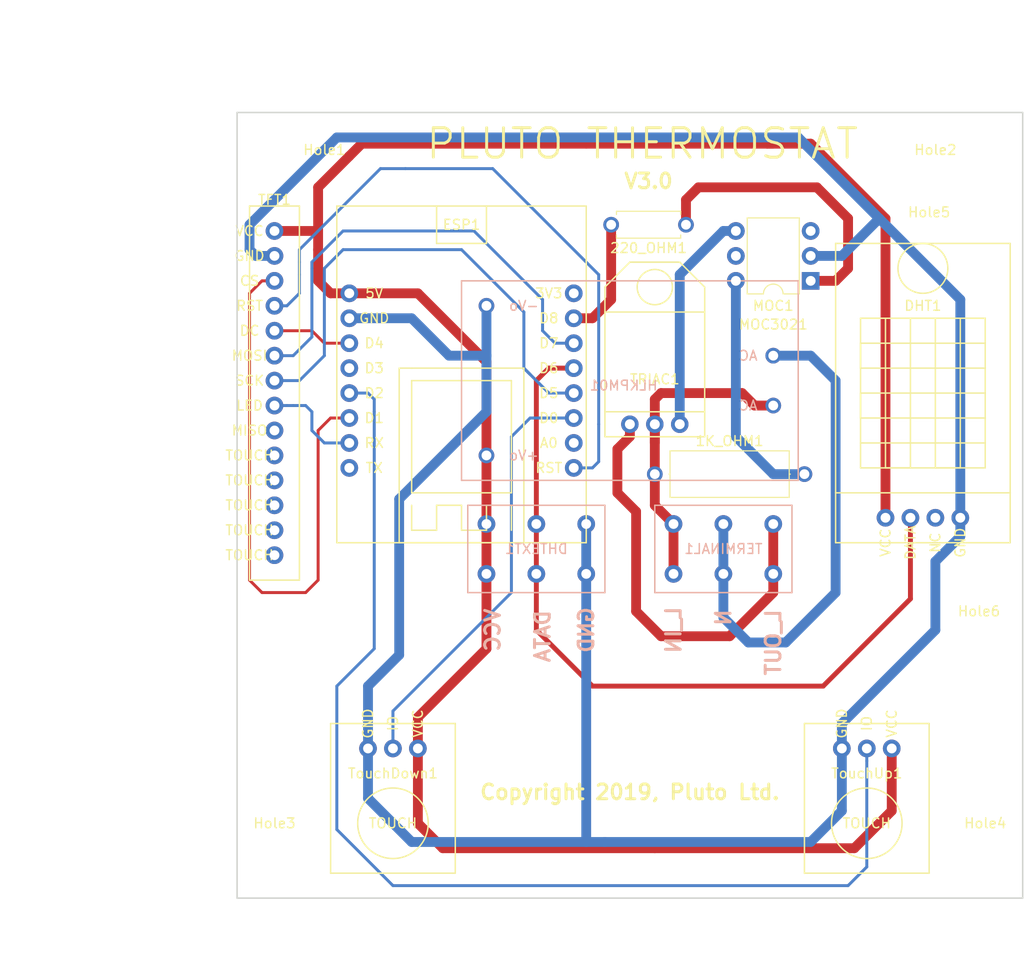
<source format=kicad_pcb>
(kicad_pcb (version 20171130) (host pcbnew "(5.0.1)-3")

  (general
    (thickness 1.6)
    (drawings 19)
    (tracks 192)
    (zones 0)
    (modules 18)
    (nets 32)
  )

  (page A4)
  (layers
    (0 F.Cu signal)
    (31 B.Cu signal)
    (32 B.Adhes user)
    (33 F.Adhes user hide)
    (34 B.Paste user)
    (35 F.Paste user)
    (36 B.SilkS user)
    (37 F.SilkS user)
    (38 B.Mask user)
    (39 F.Mask user)
    (40 Dwgs.User user)
    (41 Cmts.User user)
    (42 Eco1.User user)
    (43 Eco2.User user)
    (44 Edge.Cuts user)
    (45 Margin user)
    (46 B.CrtYd user)
    (47 F.CrtYd user)
    (48 B.Fab user hide)
    (49 F.Fab user hide)
  )

  (setup
    (last_trace_width 0.2)
    (trace_clearance 0.2)
    (zone_clearance 0.508)
    (zone_45_only no)
    (trace_min 0.2)
    (segment_width 0.2)
    (edge_width 0.15)
    (via_size 0.8)
    (via_drill 0.4)
    (via_min_size 0.4)
    (via_min_drill 0.3)
    (uvia_size 0.3)
    (uvia_drill 0.1)
    (uvias_allowed no)
    (uvia_min_size 0.2)
    (uvia_min_drill 0.1)
    (pcb_text_width 0.3)
    (pcb_text_size 1.5 1.5)
    (mod_edge_width 0.15)
    (mod_text_size 1 1)
    (mod_text_width 0.15)
    (pad_size 1.6 1.6)
    (pad_drill 1)
    (pad_to_mask_clearance 0.051)
    (solder_mask_min_width 0.25)
    (aux_axis_origin 0 0)
    (visible_elements 7FFFFFFF)
    (pcbplotparams
      (layerselection 0x010fc_ffffffff)
      (usegerberextensions false)
      (usegerberattributes false)
      (usegerberadvancedattributes false)
      (creategerberjobfile false)
      (excludeedgelayer true)
      (linewidth 0.100000)
      (plotframeref false)
      (viasonmask false)
      (mode 1)
      (useauxorigin false)
      (hpglpennumber 1)
      (hpglpenspeed 20)
      (hpglpendiameter 15.000000)
      (psnegative false)
      (psa4output false)
      (plotreference true)
      (plotvalue true)
      (plotinvisibletext false)
      (padsonsilk false)
      (subtractmaskfromsilk false)
      (outputformat 1)
      (mirror false)
      (drillshape 0)
      (scaleselection 1)
      (outputdirectory "ThermostatGerberV3/"))
  )

  (net 0 "")
  (net 1 "Net-(ESP1-Pad1)")
  (net 2 "Net-(ESP1-Pad2)")
  (net 3 "Net-(ESP1-Pad3)")
  (net 4 "Net-(ESP1-Pad4)")
  (net 5 "Net-(DHT1-Pad2)")
  (net 6 "Net-(ESP1-Pad6)")
  (net 7 "Net-(ESP1-Pad9)")
  (net 8 "Net-(ESP1-Pad10)")
  (net 9 "Net-(ESP1-Pad11)")
  (net 10 "Net-(ESP1-Pad12)")
  (net 11 "Net-(ESP1-Pad14)")
  (net 12 "Net-(ESP1-Pad16)")
  (net 13 "Net-(TFT1-Pad9)")
  (net 14 "Net-(TFT1-Pad10)")
  (net 15 "Net-(TFT1-Pad11)")
  (net 16 "Net-(TFT1-Pad12)")
  (net 17 "Net-(TFT1-Pad13)")
  (net 18 "Net-(TFT1-Pad14)")
  (net 19 "Net-(DHT1-Pad3)")
  (net 20 "Net-(220_OHM1-Pad1)")
  (net 21 "Net-(220_OHM1-Pad2)")
  (net 22 "Net-(1K_OHM1-Pad2)")
  (net 23 "Net-(1K_OHM1-Pad1)")
  (net 24 "Net-(DHT1-Pad1)")
  (net 25 "Net-(DHT1-Pad4)")
  (net 26 "Net-(ESP1-Pad5)")
  (net 27 "Net-(TERMINAL1-Pad3)")
  (net 28 "Net-(HLKPM01-Pad1)")
  (net 29 "Net-(MOC1-Pad4)")
  (net 30 "Net-(MOC1-Pad5)")
  (net 31 "Net-(MOC1-Pad3)")

  (net_class Default "This is the default net class."
    (clearance 0.2)
    (trace_width 0.2)
    (via_dia 0.8)
    (via_drill 0.4)
    (uvia_dia 0.3)
    (uvia_drill 0.1)
    (add_net "Net-(1K_OHM1-Pad1)")
    (add_net "Net-(1K_OHM1-Pad2)")
    (add_net "Net-(220_OHM1-Pad1)")
    (add_net "Net-(220_OHM1-Pad2)")
    (add_net "Net-(DHT1-Pad1)")
    (add_net "Net-(DHT1-Pad2)")
    (add_net "Net-(DHT1-Pad3)")
    (add_net "Net-(DHT1-Pad4)")
    (add_net "Net-(ESP1-Pad1)")
    (add_net "Net-(ESP1-Pad10)")
    (add_net "Net-(ESP1-Pad11)")
    (add_net "Net-(ESP1-Pad12)")
    (add_net "Net-(ESP1-Pad14)")
    (add_net "Net-(ESP1-Pad16)")
    (add_net "Net-(ESP1-Pad2)")
    (add_net "Net-(ESP1-Pad3)")
    (add_net "Net-(ESP1-Pad4)")
    (add_net "Net-(ESP1-Pad5)")
    (add_net "Net-(ESP1-Pad6)")
    (add_net "Net-(ESP1-Pad9)")
    (add_net "Net-(HLKPM01-Pad1)")
    (add_net "Net-(MOC1-Pad3)")
    (add_net "Net-(MOC1-Pad4)")
    (add_net "Net-(MOC1-Pad5)")
    (add_net "Net-(TERMINAL1-Pad3)")
    (add_net "Net-(TFT1-Pad10)")
    (add_net "Net-(TFT1-Pad11)")
    (add_net "Net-(TFT1-Pad12)")
    (add_net "Net-(TFT1-Pad13)")
    (add_net "Net-(TFT1-Pad14)")
    (add_net "Net-(TFT1-Pad9)")
  )

  (module Resistor_THT:R_Axial_DIN0414_L11.9mm_D4.5mm_P15.24mm_Horizontal (layer F.Cu) (tedit 5C6B114D) (tstamp 5C68120D)
    (at 153.035 97.155)
    (descr "Resistor, Axial_DIN0414 series, Axial, Horizontal, pin pitch=15.24mm, 2W, length*diameter=11.9*4.5mm^2, http://www.vishay.com/docs/20128/wkxwrx.pdf")
    (tags "Resistor Axial_DIN0414 series Axial Horizontal pin pitch 15.24mm 2W length 11.9mm diameter 4.5mm")
    (path /5C6B140C)
    (fp_text reference 1K_OHM1 (at 7.62 -3.37) (layer F.SilkS)
      (effects (font (size 1 1) (thickness 0.15)))
    )
    (fp_text value RESISTOR (at 7.62 3.37) (layer F.Fab)
      (effects (font (size 1 1) (thickness 0.15)))
    )
    (fp_line (start 1.67 -2.25) (end 1.67 2.25) (layer F.Fab) (width 0.1))
    (fp_line (start 1.67 2.25) (end 13.57 2.25) (layer F.Fab) (width 0.1))
    (fp_line (start 13.57 2.25) (end 13.57 -2.25) (layer F.Fab) (width 0.1))
    (fp_line (start 13.57 -2.25) (end 1.67 -2.25) (layer F.Fab) (width 0.1))
    (fp_line (start 0 0) (end 1.67 0) (layer F.Fab) (width 0.1))
    (fp_line (start 15.24 0) (end 13.57 0) (layer F.Fab) (width 0.1))
    (fp_line (start 1.55 -2.37) (end 1.55 2.37) (layer F.SilkS) (width 0.12))
    (fp_line (start 1.55 2.37) (end 13.69 2.37) (layer F.SilkS) (width 0.12))
    (fp_line (start 13.69 2.37) (end 13.69 -2.37) (layer F.SilkS) (width 0.12))
    (fp_line (start 13.69 -2.37) (end 1.55 -2.37) (layer F.SilkS) (width 0.12))
    (fp_line (start 1.44 0) (end 1.55 0) (layer F.SilkS) (width 0.12))
    (fp_line (start 13.8 0) (end 13.69 0) (layer F.SilkS) (width 0.12))
    (fp_line (start -1.45 -2.5) (end -1.45 2.5) (layer F.CrtYd) (width 0.05))
    (fp_line (start -1.45 2.5) (end 16.69 2.5) (layer F.CrtYd) (width 0.05))
    (fp_line (start 16.69 2.5) (end 16.69 -2.5) (layer F.CrtYd) (width 0.05))
    (fp_line (start 16.69 -2.5) (end -1.45 -2.5) (layer F.CrtYd) (width 0.05))
    (fp_text user %R (at 7.62 0) (layer F.Fab)
      (effects (font (size 1 1) (thickness 0.15)))
    )
    (pad 1 thru_hole circle (at 0 0) (size 1.6 1.6) (drill 1) (layers *.Cu *.Mask)
      (net 23 "Net-(1K_OHM1-Pad1)"))
    (pad 2 thru_hole circle (at 15.24 0) (size 1.6 1.6) (drill 1) (layers *.Cu *.Mask)
      (net 22 "Net-(1K_OHM1-Pad2)"))
    (model ${KISYS3DMOD}/Resistor_THT.3dshapes/R_Axial_DIN0414_L11.9mm_D4.5mm_P15.24mm_Horizontal.wrl
      (at (xyz 0 0 0))
      (scale (xyz 1 1 1))
      (rotate (xyz 0 0 0))
    )
  )

  (module CUSTOMDEVICES:BTA16FOOT (layer F.Cu) (tedit 5BF31217) (tstamp 5C67ED7C)
    (at 153.035 86.995)
    (path /5C6B14A0)
    (fp_text reference TRIAC1 (at 0 0.5) (layer F.SilkS)
      (effects (font (size 1 1) (thickness 0.15)))
    )
    (fp_text value BTA16_600 (at 0 -0.5) (layer F.Fab)
      (effects (font (size 1 1) (thickness 0.15)))
    )
    (fp_line (start -2.54 -11.43) (end 2.54 -11.43) (layer F.SilkS) (width 0.15))
    (fp_line (start 5.08 -8.89) (end 5.08 3.81) (layer F.SilkS) (width 0.15))
    (fp_line (start 5.08 3.81) (end -5.08 3.81) (layer F.SilkS) (width 0.15))
    (fp_line (start -5.08 3.81) (end -5.08 -8.89) (layer F.SilkS) (width 0.15))
    (fp_line (start -5.08 3.81) (end -5.08 6.35) (layer F.SilkS) (width 0.15))
    (fp_line (start -5.08 6.35) (end 5.08 6.35) (layer F.SilkS) (width 0.15))
    (fp_line (start 5.08 6.35) (end 5.08 3.81) (layer F.SilkS) (width 0.15))
    (fp_line (start -5.08 -8.89) (end -2.54 -11.43) (layer F.SilkS) (width 0.15))
    (fp_line (start -2.54 -11.43) (end 2.54 -11.43) (layer F.SilkS) (width 0.15))
    (fp_line (start 2.54 -11.43) (end 5.08 -8.89) (layer F.SilkS) (width 0.15))
    (fp_circle (center 0 -8.89) (end 1.27 -7.62) (layer F.SilkS) (width 0.15))
    (fp_line (start -5.08 -6.35) (end 5.08 -6.35) (layer F.SilkS) (width 0.15))
    (pad 1 thru_hole circle (at -2.54 5.08) (size 1.778 1.778) (drill 1.016) (layers *.Cu *.Mask)
      (net 27 "Net-(TERMINAL1-Pad3)"))
    (pad 2 thru_hole circle (at 0 5.08) (size 1.778 1.778) (drill 1.016) (layers *.Cu *.Mask)
      (net 23 "Net-(1K_OHM1-Pad1)"))
    (pad 3 thru_hole circle (at 2.54 5.08) (size 1.778 1.778) (drill 1.016) (layers *.Cu *.Mask)
      (net 29 "Net-(MOC1-Pad4)"))
  )

  (module CUSTOMDEVICES:HLKPM01FOOT (layer B.Cu) (tedit 5C67DA98) (tstamp 5C67F7B2)
    (at 150.495 87.63 180)
    (path /5C68E636)
    (fp_text reference HLKPM01 (at 0.635 -0.5 180) (layer B.SilkS)
      (effects (font (size 1 1) (thickness 0.15)) (justify mirror))
    )
    (fp_text value HLKPM01 (at 0.635 0.5 180) (layer B.Fab)
      (effects (font (size 1 1) (thickness 0.15)) (justify mirror))
    )
    (fp_line (start -17.145 10.16) (end 17.145 10.16) (layer B.SilkS) (width 0.15))
    (fp_line (start 17.145 10.16) (end 17.145 -10.16) (layer B.SilkS) (width 0.15))
    (fp_line (start 17.145 -10.16) (end -17.145 -10.16) (layer B.SilkS) (width 0.15))
    (fp_line (start -17.145 -10.16) (end -17.145 10.16) (layer B.SilkS) (width 0.15))
    (fp_text user -Vo (at 10.795 7.62 180) (layer B.SilkS)
      (effects (font (size 1 1) (thickness 0.15)) (justify mirror))
    )
    (fp_text user +Vo (at 10.795 -7.62 180) (layer B.SilkS)
      (effects (font (size 1 1) (thickness 0.15)) (justify mirror))
    )
    (fp_text user AC (at -12.065 -2.54 180) (layer B.SilkS)
      (effects (font (size 1 1) (thickness 0.15)) (justify mirror))
    )
    (fp_text user AC (at -12.065 2.54 180) (layer B.SilkS)
      (effects (font (size 1 1) (thickness 0.15)) (justify mirror))
    )
    (pad 3 thru_hole circle (at 14.605 7.62 180) (size 1.6 1.6) (drill 1) (layers *.Cu *.Mask)
      (net 25 "Net-(DHT1-Pad4)"))
    (pad 4 thru_hole circle (at 14.605 -7.62 180) (size 1.6 1.6) (drill 1) (layers *.Cu *.Mask)
      (net 24 "Net-(DHT1-Pad1)"))
    (pad 1 thru_hole circle (at -14.605 2.54 180) (size 1.6 1.6) (drill 1) (layers *.Cu *.Mask)
      (net 28 "Net-(HLKPM01-Pad1)"))
    (pad 2 thru_hole circle (at -14.605 -2.54 180) (size 1.6 1.6) (drill 1) (layers *.Cu *.Mask)
      (net 23 "Net-(1K_OHM1-Pad1)"))
  )

  (module CUSTOMDEVICES:MOC3021 (layer F.Cu) (tedit 5BF31893) (tstamp 5C67EDB9)
    (at 168.91 77.47 180)
    (descr "6-lead though-hole mounted DIP package, row spacing 7.62 mm (300 mils)")
    (tags "THT DIP DIL PDIP 2.54mm 7.62mm 300mil")
    (path /5C6B126C)
    (fp_text reference MOC1 (at 3.81 -2.54 180) (layer F.SilkS)
      (effects (font (size 1 1) (thickness 0.15)))
    )
    (fp_text value MOC3021 (at 3.81 7.41 180) (layer F.Fab)
      (effects (font (size 1 1) (thickness 0.15)))
    )
    (fp_arc (start 3.81 -1.33) (end 2.81 -1.33) (angle -180) (layer F.SilkS) (width 0.12))
    (fp_line (start 1.635 -1.27) (end 6.985 -1.27) (layer F.Fab) (width 0.1))
    (fp_line (start 6.985 -1.27) (end 6.985 6.35) (layer F.Fab) (width 0.1))
    (fp_line (start 6.985 6.35) (end 0.635 6.35) (layer F.Fab) (width 0.1))
    (fp_line (start 0.635 6.35) (end 0.635 -0.27) (layer F.Fab) (width 0.1))
    (fp_line (start 0.635 -0.27) (end 1.635 -1.27) (layer F.Fab) (width 0.1))
    (fp_line (start 2.81 -1.33) (end 1.16 -1.33) (layer F.SilkS) (width 0.12))
    (fp_line (start 1.16 -1.33) (end 1.16 6.41) (layer F.SilkS) (width 0.12))
    (fp_line (start 1.16 6.41) (end 6.46 6.41) (layer F.SilkS) (width 0.12))
    (fp_line (start 6.46 6.41) (end 6.46 -1.33) (layer F.SilkS) (width 0.12))
    (fp_line (start 6.46 -1.33) (end 4.81 -1.33) (layer F.SilkS) (width 0.12))
    (fp_line (start -1.1 -1.55) (end -1.1 6.6) (layer F.CrtYd) (width 0.05))
    (fp_line (start -1.1 6.6) (end 8.7 6.6) (layer F.CrtYd) (width 0.05))
    (fp_line (start 8.7 6.6) (end 8.7 -1.55) (layer F.CrtYd) (width 0.05))
    (fp_line (start 8.7 -1.55) (end -1.1 -1.55) (layer F.CrtYd) (width 0.05))
    (fp_text user MOC3021 (at 3.81 -4.445 180) (layer F.SilkS)
      (effects (font (size 1 1) (thickness 0.15)))
    )
    (pad 1 thru_hole rect (at 0 0 180) (size 1.8 1.8) (drill 1) (layers *.Cu *.Mask)
      (net 20 "Net-(220_OHM1-Pad1)"))
    (pad 4 thru_hole circle (at 7.62 5.08 180) (size 1.8 1.8) (drill 1) (layers *.Cu *.Mask)
      (net 29 "Net-(MOC1-Pad4)"))
    (pad 2 thru_hole circle (at 0 2.54 180) (size 1.8 1.8) (drill 1) (layers *.Cu *.Mask)
      (net 25 "Net-(DHT1-Pad4)"))
    (pad 5 thru_hole circle (at 7.62 2.54 180) (size 1.8 1.8) (drill 1) (layers *.Cu *.Mask)
      (net 30 "Net-(MOC1-Pad5)"))
    (pad 3 thru_hole circle (at 0 5.08 180) (size 1.8 1.8) (drill 1) (layers *.Cu *.Mask)
      (net 31 "Net-(MOC1-Pad3)"))
    (pad 6 thru_hole circle (at 7.62 0 180) (size 1.8 1.8) (drill 1) (layers *.Cu *.Mask)
      (net 22 "Net-(1K_OHM1-Pad2)"))
    (model ${KISYS3DMOD}/Package_DIP.3dshapes/DIP-6_W7.62mm.wrl
      (at (xyz 0 0 0))
      (scale (xyz 1 1 1))
      (rotate (xyz 0 0 0))
    )
  )

  (module Resistor_THT:R_Axial_DIN0207_L6.3mm_D2.5mm_P7.62mm_Horizontal (layer F.Cu) (tedit 5C69BA4B) (tstamp 5C67EE43)
    (at 156.21 71.755 180)
    (descr "Resistor, Axial_DIN0207 series, Axial, Horizontal, pin pitch=7.62mm, 0.25W = 1/4W, length*diameter=6.3*2.5mm^2, http://cdn-reichelt.de/documents/datenblatt/B400/1_4W%23YAG.pdf")
    (tags "Resistor Axial_DIN0207 series Axial Horizontal pin pitch 7.62mm 0.25W = 1/4W length 6.3mm diameter 2.5mm")
    (path /5C6B137C)
    (fp_text reference 220_OHM1 (at 3.81 -2.37 180) (layer F.SilkS)
      (effects (font (size 1 1) (thickness 0.15)))
    )
    (fp_text value RESISTOR (at 3.81 2.37 180) (layer F.Fab)
      (effects (font (size 1 1) (thickness 0.15)))
    )
    (fp_line (start 0.66 -1.25) (end 0.66 1.25) (layer F.Fab) (width 0.1))
    (fp_line (start 0.66 1.25) (end 6.96 1.25) (layer F.Fab) (width 0.1))
    (fp_line (start 6.96 1.25) (end 6.96 -1.25) (layer F.Fab) (width 0.1))
    (fp_line (start 6.96 -1.25) (end 0.66 -1.25) (layer F.Fab) (width 0.1))
    (fp_line (start 0 0) (end 0.66 0) (layer F.Fab) (width 0.1))
    (fp_line (start 7.62 0) (end 6.96 0) (layer F.Fab) (width 0.1))
    (fp_line (start 0.54 -1.04) (end 0.54 -1.37) (layer F.SilkS) (width 0.12))
    (fp_line (start 0.54 -1.37) (end 7.08 -1.37) (layer F.SilkS) (width 0.12))
    (fp_line (start 7.08 -1.37) (end 7.08 -1.04) (layer F.SilkS) (width 0.12))
    (fp_line (start 0.54 1.04) (end 0.54 1.37) (layer F.SilkS) (width 0.12))
    (fp_line (start 0.54 1.37) (end 7.08 1.37) (layer F.SilkS) (width 0.12))
    (fp_line (start 7.08 1.37) (end 7.08 1.04) (layer F.SilkS) (width 0.12))
    (fp_line (start -1.05 -1.5) (end -1.05 1.5) (layer F.CrtYd) (width 0.05))
    (fp_line (start -1.05 1.5) (end 8.67 1.5) (layer F.CrtYd) (width 0.05))
    (fp_line (start 8.67 1.5) (end 8.67 -1.5) (layer F.CrtYd) (width 0.05))
    (fp_line (start 8.67 -1.5) (end -1.05 -1.5) (layer F.CrtYd) (width 0.05))
    (fp_text user %R (at 3.81 0 180) (layer F.Fab)
      (effects (font (size 1 1) (thickness 0.15)))
    )
    (pad 1 thru_hole circle (at 0 0 180) (size 1.6 1.6) (drill 1) (layers *.Cu *.Mask)
      (net 20 "Net-(220_OHM1-Pad1)"))
    (pad 2 thru_hole oval (at 7.62 0 180) (size 1.6 1.6) (drill 1) (layers *.Cu *.Mask)
      (net 21 "Net-(220_OHM1-Pad2)"))
    (model ${KISYS3DMOD}/Resistor_THT.3dshapes/R_Axial_DIN0207_L6.3mm_D2.5mm_P7.62mm_Horizontal.wrl
      (at (xyz 0 0 0))
      (scale (xyz 1 1 1))
      (rotate (xyz 0 0 0))
    )
  )

  (module CUSTOMDEVICES:WeMosD1Mini (layer F.Cu) (tedit 5C6B0C23) (tstamp 5C67FEA6)
    (at 133.35 86.36 180)
    (path /5BE01E75)
    (fp_text reference ESP1 (at 0 14.605 180) (layer F.SilkS)
      (effects (font (size 1 1) (thickness 0.15)))
    )
    (fp_text value WEMOSD1MINI (at 0 -11.43 180) (layer F.Fab)
      (effects (font (size 1 1) (thickness 0.15)))
    )
    (fp_line (start 2.54 12.7) (end 2.54 16.51) (layer F.SilkS) (width 0.15))
    (fp_line (start -2.54 12.7) (end 2.54 12.7) (layer F.SilkS) (width 0.15))
    (fp_line (start -2.54 16.51) (end -2.54 12.7) (layer F.SilkS) (width 0.15))
    (fp_line (start -5.08 -13.97) (end -5.08 -16.51) (layer F.SilkS) (width 0.15))
    (fp_line (start -2.54 -13.97) (end -5.08 -13.97) (layer F.SilkS) (width 0.15))
    (fp_line (start -2.54 -16.51) (end -2.54 -13.97) (layer F.SilkS) (width 0.15))
    (fp_line (start 0 -16.51) (end -2.54 -16.51) (layer F.SilkS) (width 0.15))
    (fp_line (start 0 -13.97) (end 0 -16.51) (layer F.SilkS) (width 0.15))
    (fp_line (start 2.54 -13.97) (end 0 -13.97) (layer F.SilkS) (width 0.15))
    (fp_line (start 2.54 -16.51) (end 2.54 -13.97) (layer F.SilkS) (width 0.15))
    (fp_line (start 5.08 -16.51) (end 2.54 -16.51) (layer F.SilkS) (width 0.15))
    (fp_line (start 5.08 -13.97) (end 5.08 -16.51) (layer F.SilkS) (width 0.15))
    (fp_line (start -5.08 -12.7) (end -5.08 -11.43) (layer F.SilkS) (width 0.15))
    (fp_line (start 5.08 -12.7) (end -5.08 -12.7) (layer F.SilkS) (width 0.15))
    (fp_line (start 5.08 -1.27) (end 5.08 -12.7) (layer F.SilkS) (width 0.15))
    (fp_line (start -5.08 -1.27) (end 5.08 -1.27) (layer F.SilkS) (width 0.15))
    (fp_line (start -5.08 -11.43) (end -5.08 -1.27) (layer F.SilkS) (width 0.15))
    (fp_line (start 6.35 -17.78) (end -5.08 -17.78) (layer F.SilkS) (width 0.15))
    (fp_line (start 6.35 0) (end 6.35 -17.78) (layer F.SilkS) (width 0.15))
    (fp_line (start 5.08 0) (end 6.35 0) (layer F.SilkS) (width 0.15))
    (fp_line (start -6.35 0) (end 5.08 0) (layer F.SilkS) (width 0.15))
    (fp_line (start -6.35 -17.78) (end -6.35 0) (layer F.SilkS) (width 0.15))
    (fp_text user 3V3 (at -8.89 7.62 180) (layer F.SilkS)
      (effects (font (size 1 1) (thickness 0.15)))
    )
    (fp_text user D8 (at -8.89 5.08 180) (layer F.SilkS)
      (effects (font (size 1 1) (thickness 0.15)))
    )
    (fp_text user D7 (at -8.89 2.54 180) (layer F.SilkS)
      (effects (font (size 1 1) (thickness 0.15)))
    )
    (fp_text user D6 (at -8.89 0 180) (layer F.SilkS)
      (effects (font (size 1 1) (thickness 0.15)))
    )
    (fp_text user D5 (at -8.89 -2.54 180) (layer F.SilkS)
      (effects (font (size 1 1) (thickness 0.15)))
    )
    (fp_text user D0 (at -8.89 -5.08 180) (layer F.SilkS)
      (effects (font (size 1 1) (thickness 0.15)))
    )
    (fp_text user A0 (at -8.89 -7.62 180) (layer F.SilkS)
      (effects (font (size 1 1) (thickness 0.15)))
    )
    (fp_text user RST (at -8.89 -10.16 180) (layer F.SilkS)
      (effects (font (size 1 1) (thickness 0.15)))
    )
    (fp_text user 5V (at 8.89 7.62 180) (layer F.SilkS)
      (effects (font (size 1 1) (thickness 0.15)))
    )
    (fp_text user GND (at 8.89 5.08 180) (layer F.SilkS)
      (effects (font (size 1 1) (thickness 0.15)))
    )
    (fp_text user D4 (at 8.89 2.54 180) (layer F.SilkS)
      (effects (font (size 1 1) (thickness 0.15)))
    )
    (fp_text user D3 (at 8.89 0 180) (layer F.SilkS)
      (effects (font (size 1 1) (thickness 0.15)))
    )
    (fp_text user D2 (at 8.89 -2.54 180) (layer F.SilkS)
      (effects (font (size 1 1) (thickness 0.15)))
    )
    (fp_text user D1 (at 8.89 -5.08 180) (layer F.SilkS)
      (effects (font (size 1 1) (thickness 0.15)))
    )
    (fp_text user RX (at 8.89 -7.62 180) (layer F.SilkS)
      (effects (font (size 1 1) (thickness 0.15)))
    )
    (fp_text user TX (at 8.89 -10.16 180) (layer F.SilkS)
      (effects (font (size 1 1) (thickness 0.15)))
    )
    (fp_line (start -12.7 16.51) (end -12.7 -17.78) (layer F.SilkS) (width 0.15))
    (fp_line (start 12.7 16.51) (end -12.7 16.51) (layer F.SilkS) (width 0.15))
    (fp_line (start 12.7 -17.78) (end 12.7 16.51) (layer F.SilkS) (width 0.15))
    (fp_line (start -12.7 -17.78) (end 12.7 -17.78) (layer F.SilkS) (width 0.15))
    (pad 16 thru_hole circle (at -11.43 7.62 180) (size 1.8 1.8) (drill 1) (layers *.Cu *.Mask)
      (net 12 "Net-(ESP1-Pad16)"))
    (pad 15 thru_hole circle (at -11.43 5.08 180) (size 1.8 1.8) (drill 1) (layers *.Cu *.Mask)
      (net 21 "Net-(220_OHM1-Pad2)"))
    (pad 14 thru_hole circle (at -11.43 2.54 180) (size 1.8 1.8) (drill 1) (layers *.Cu *.Mask)
      (net 11 "Net-(ESP1-Pad14)"))
    (pad 13 thru_hole circle (at -11.43 0 180) (size 1.8 1.8) (drill 1) (layers *.Cu *.Mask)
      (net 5 "Net-(DHT1-Pad2)"))
    (pad 12 thru_hole circle (at -11.43 -2.54 180) (size 1.8 1.8) (drill 1) (layers *.Cu *.Mask)
      (net 10 "Net-(ESP1-Pad12)"))
    (pad 11 thru_hole circle (at -11.43 -5.08 180) (size 1.8 1.8) (drill 1) (layers *.Cu *.Mask)
      (net 9 "Net-(ESP1-Pad11)"))
    (pad 10 thru_hole circle (at -11.43 -7.62 180) (size 1.8 1.8) (drill 1) (layers *.Cu *.Mask)
      (net 8 "Net-(ESP1-Pad10)"))
    (pad 9 thru_hole circle (at -11.43 -10.16 180) (size 1.8 1.8) (drill 1) (layers *.Cu *.Mask)
      (net 7 "Net-(ESP1-Pad9)"))
    (pad 8 thru_hole circle (at 11.43 7.62 180) (size 1.8 1.8) (drill 1) (layers *.Cu *.Mask)
      (net 24 "Net-(DHT1-Pad1)"))
    (pad 7 thru_hole circle (at 11.43 5.08 180) (size 1.8 1.8) (drill 1) (layers *.Cu *.Mask)
      (net 25 "Net-(DHT1-Pad4)"))
    (pad 6 thru_hole circle (at 11.43 2.54 180) (size 1.8 1.8) (drill 1) (layers *.Cu *.Mask)
      (net 6 "Net-(ESP1-Pad6)"))
    (pad 5 thru_hole circle (at 11.43 0 180) (size 1.8 1.8) (drill 1) (layers *.Cu *.Mask)
      (net 26 "Net-(ESP1-Pad5)"))
    (pad 4 thru_hole circle (at 11.43 -2.54 180) (size 1.8 1.8) (drill 1) (layers *.Cu *.Mask)
      (net 4 "Net-(ESP1-Pad4)"))
    (pad 3 thru_hole circle (at 11.43 -5.08 180) (size 1.8 1.8) (drill 1) (layers *.Cu *.Mask)
      (net 3 "Net-(ESP1-Pad3)"))
    (pad 2 thru_hole circle (at 11.43 -7.62 180) (size 1.8 1.8) (drill 1) (layers *.Cu *.Mask)
      (net 2 "Net-(ESP1-Pad2)"))
    (pad 1 thru_hole circle (at 11.43 -10.16 180) (size 1.8 1.8) (drill 1) (layers *.Cu *.Mask)
      (net 1 "Net-(ESP1-Pad1)"))
  )

  (module CUSTOMDEVICES:TERMINAL3PINFOOT (layer B.Cu) (tedit 5C15121B) (tstamp 5C155563)
    (at 140.97 104.775)
    (path /5C164B07)
    (fp_text reference DHTEXT1 (at 0 0) (layer B.SilkS)
      (effects (font (size 1 1) (thickness 0.15)) (justify mirror))
    )
    (fp_text value TERMINAL3PIN (at 0 0.5) (layer B.Fab)
      (effects (font (size 1 1) (thickness 0.15)) (justify mirror))
    )
    (fp_line (start -6.985 -4.445) (end -6.985 4.445) (layer B.SilkS) (width 0.15))
    (fp_line (start 6.985 -4.445) (end -6.985 -4.445) (layer B.SilkS) (width 0.15))
    (fp_line (start 6.985 4.445) (end 6.985 -4.445) (layer B.SilkS) (width 0.15))
    (fp_line (start -6.985 4.445) (end 6.985 4.445) (layer B.SilkS) (width 0.15))
    (pad 3 thru_hole circle (at 5.08 2.54) (size 1.8 1.8) (drill 1) (layers *.Cu *.Mask)
      (net 25 "Net-(DHT1-Pad4)"))
    (pad 2 thru_hole circle (at 0 2.54) (size 1.8 1.8) (drill 1) (layers *.Cu *.Mask)
      (net 5 "Net-(DHT1-Pad2)"))
    (pad 1 thru_hole circle (at -5.08 2.54) (size 1.8 1.8) (drill 1) (layers *.Cu *.Mask)
      (net 24 "Net-(DHT1-Pad1)"))
    (pad 3 thru_hole circle (at 5.08 -2.54) (size 1.8 1.8) (drill 1) (layers *.Cu *.Mask)
      (net 25 "Net-(DHT1-Pad4)"))
    (pad 2 thru_hole circle (at 0 -2.54) (size 1.8 1.8) (drill 1) (layers *.Cu *.Mask)
      (net 5 "Net-(DHT1-Pad2)"))
    (pad 1 thru_hole circle (at -5.08 -2.54) (size 1.8 1.8) (drill 1) (layers *.Cu *.Mask)
      (net 24 "Net-(DHT1-Pad1)"))
  )

  (module CUSTOMDEVICES:TERMINAL3PINFOOT (layer B.Cu) (tedit 5C15121B) (tstamp 5C152B0B)
    (at 160.02 104.775)
    (path /5C15ABDB)
    (fp_text reference TERMINAL1 (at 0 0) (layer B.SilkS)
      (effects (font (size 1 1) (thickness 0.15)) (justify mirror))
    )
    (fp_text value TERMINAL3PIN (at 0 0.5) (layer B.Fab)
      (effects (font (size 1 1) (thickness 0.15)) (justify mirror))
    )
    (fp_line (start -6.985 -4.445) (end -6.985 4.445) (layer B.SilkS) (width 0.15))
    (fp_line (start 6.985 -4.445) (end -6.985 -4.445) (layer B.SilkS) (width 0.15))
    (fp_line (start 6.985 4.445) (end 6.985 -4.445) (layer B.SilkS) (width 0.15))
    (fp_line (start -6.985 4.445) (end 6.985 4.445) (layer B.SilkS) (width 0.15))
    (pad 3 thru_hole circle (at 5.08 2.54) (size 1.8 1.8) (drill 1) (layers *.Cu *.Mask)
      (net 27 "Net-(TERMINAL1-Pad3)"))
    (pad 2 thru_hole circle (at 0 2.54) (size 1.8 1.8) (drill 1) (layers *.Cu *.Mask)
      (net 28 "Net-(HLKPM01-Pad1)"))
    (pad 1 thru_hole circle (at -5.08 2.54) (size 1.8 1.8) (drill 1) (layers *.Cu *.Mask)
      (net 23 "Net-(1K_OHM1-Pad1)"))
    (pad 3 thru_hole circle (at 5.08 -2.54) (size 1.8 1.8) (drill 1) (layers *.Cu *.Mask)
      (net 27 "Net-(TERMINAL1-Pad3)"))
    (pad 2 thru_hole circle (at 0 -2.54) (size 1.8 1.8) (drill 1) (layers *.Cu *.Mask)
      (net 28 "Net-(HLKPM01-Pad1)"))
    (pad 1 thru_hole circle (at -5.08 -2.54) (size 1.8 1.8) (drill 1) (layers *.Cu *.Mask)
      (net 23 "Net-(1K_OHM1-Pad1)"))
  )

  (module MountingHole:MountingHole_3.2mm_M3 (layer F.Cu) (tedit 56D1B4CB) (tstamp 5BE81C72)
    (at 186.055 107.315)
    (descr "Mounting Hole 3.2mm, no annular, M3")
    (tags "mounting hole 3.2mm no annular m3")
    (path /5BE6F87E)
    (attr virtual)
    (fp_text reference Hole6 (at 0 3.81) (layer F.SilkS)
      (effects (font (size 1 1) (thickness 0.15)))
    )
    (fp_text value MountingHole (at 0 4.2) (layer F.Fab)
      (effects (font (size 1 1) (thickness 0.15)))
    )
    (fp_circle (center 0 0) (end 3.45 0) (layer F.CrtYd) (width 0.05))
    (fp_circle (center 0 0) (end 3.2 0) (layer Cmts.User) (width 0.15))
    (fp_text user %R (at 0.3 0) (layer F.Fab)
      (effects (font (size 1 1) (thickness 0.15)))
    )
    (pad 1 np_thru_hole circle (at 0 0) (size 3.2 3.2) (drill 3.2) (layers *.Cu *.Mask))
  )

  (module MountingHole:MountingHole_3.2mm_M3 (layer F.Cu) (tedit 56D1B4CB) (tstamp 5BE81C6A)
    (at 186.055 70.485)
    (descr "Mounting Hole 3.2mm, no annular, M3")
    (tags "mounting hole 3.2mm no annular m3")
    (path /5BE6F82C)
    (attr virtual)
    (fp_text reference Hole5 (at -5.08 0 180) (layer F.SilkS)
      (effects (font (size 1 1) (thickness 0.15)))
    )
    (fp_text value MountingHole (at 0 4.2) (layer F.Fab)
      (effects (font (size 1 1) (thickness 0.15)))
    )
    (fp_circle (center 0 0) (end 3.45 0) (layer F.CrtYd) (width 0.05))
    (fp_circle (center 0 0) (end 3.2 0) (layer Cmts.User) (width 0.15))
    (fp_text user %R (at 0.3 0) (layer F.Fab)
      (effects (font (size 1 1) (thickness 0.15)))
    )
    (pad 1 np_thru_hole circle (at 0 0) (size 3.2 3.2) (drill 3.2) (layers *.Cu *.Mask))
  )

  (module CUSTOMDEVICES:CAPTOUCHFOOT (layer F.Cu) (tedit 5C151504) (tstamp 5BEA52CF)
    (at 174.625 130.175 180)
    (path /5BDC7E6F)
    (fp_text reference TouchUp1 (at 0 2.54 180) (layer F.SilkS)
      (effects (font (size 1 1) (thickness 0.15)))
    )
    (fp_text value CAPTOUCH (at 0 10.16 180) (layer F.Fab)
      (effects (font (size 1 1) (thickness 0.15)))
    )
    (fp_text user GND (at 2.54 7.62 270) (layer F.SilkS)
      (effects (font (size 1 1) (thickness 0.15)))
    )
    (fp_text user IO (at 0 7.62 90) (layer F.SilkS)
      (effects (font (size 1 1) (thickness 0.15)))
    )
    (fp_text user VCC (at -2.54 7.62 270) (layer F.SilkS)
      (effects (font (size 1 1) (thickness 0.15)))
    )
    (fp_text user TOUCH (at 0 -2.54 180) (layer F.SilkS)
      (effects (font (size 1 1) (thickness 0.15)))
    )
    (fp_circle (center 0 -2.54) (end 2.54 0) (layer F.SilkS) (width 0.15))
    (fp_line (start -6.35 7.62) (end -6.35 -7.62) (layer F.SilkS) (width 0.15))
    (fp_line (start 6.35 7.62) (end -6.35 7.62) (layer F.SilkS) (width 0.15))
    (fp_line (start 6.35 -7.62) (end 6.35 7.62) (layer F.SilkS) (width 0.15))
    (fp_line (start -6.35 -7.62) (end 6.35 -7.62) (layer F.SilkS) (width 0.15))
    (pad 3 thru_hole circle (at 2.54 5.08 180) (size 1.8 1.8) (drill 1) (layers *.Cu *.Mask)
      (net 25 "Net-(DHT1-Pad4)"))
    (pad 2 thru_hole circle (at 0 5.08 180) (size 1.8 1.8) (drill 1) (layers *.Cu *.Mask)
      (net 4 "Net-(ESP1-Pad4)"))
    (pad 1 thru_hole circle (at -2.54 5.08 180) (size 1.8 1.8) (drill 1) (layers *.Cu *.Mask)
      (net 24 "Net-(DHT1-Pad1)"))
  )

  (module MountingHole:MountingHole_3.2mm_M3 (layer F.Cu) (tedit 56D1B4CB) (tstamp 5BEA6FDF)
    (at 186.69 136.525)
    (descr "Mounting Hole 3.2mm, no annular, M3")
    (tags "mounting hole 3.2mm no annular m3")
    (path /5BE259D8)
    (attr virtual)
    (fp_text reference Hole4 (at 0 -3.81) (layer F.SilkS)
      (effects (font (size 1 1) (thickness 0.15)))
    )
    (fp_text value MountingHole (at -1.905 -3.81) (layer F.Fab)
      (effects (font (size 1 1) (thickness 0.15)))
    )
    (fp_circle (center 0 0) (end 3.45 0) (layer F.CrtYd) (width 0.05))
    (fp_circle (center 0 0) (end 3.2 0) (layer Cmts.User) (width 0.15))
    (fp_text user %R (at 0.3 0) (layer F.Fab)
      (effects (font (size 1 1) (thickness 0.15)))
    )
    (pad 1 np_thru_hole circle (at 0 0) (size 3.2 3.2) (drill 3.2) (layers *.Cu *.Mask))
  )

  (module MountingHole:MountingHole_3.2mm_M3 (layer F.Cu) (tedit 56D1B4CB) (tstamp 5BEA6FD7)
    (at 114.3 136.525)
    (descr "Mounting Hole 3.2mm, no annular, M3")
    (tags "mounting hole 3.2mm no annular m3")
    (path /5BE25A71)
    (attr virtual)
    (fp_text reference Hole3 (at 0 -3.81) (layer F.SilkS)
      (effects (font (size 1 1) (thickness 0.15)))
    )
    (fp_text value MountingHole (at 1.27 -3.81) (layer F.Fab)
      (effects (font (size 1 1) (thickness 0.15)))
    )
    (fp_circle (center 0 0) (end 3.45 0) (layer F.CrtYd) (width 0.05))
    (fp_circle (center 0 0) (end 3.2 0) (layer Cmts.User) (width 0.15))
    (fp_text user %R (at 0.3 0) (layer F.Fab)
      (effects (font (size 1 1) (thickness 0.15)))
    )
    (pad 1 np_thru_hole circle (at 0 0) (size 3.2 3.2) (drill 3.2) (layers *.Cu *.Mask))
  )

  (module MountingHole:MountingHole_3.2mm_M3 (layer F.Cu) (tedit 56D1B4CB) (tstamp 5BEA6FCF)
    (at 186.69 64.135)
    (descr "Mounting Hole 3.2mm, no annular, M3")
    (tags "mounting hole 3.2mm no annular m3")
    (path /5BE25A15)
    (attr virtual)
    (fp_text reference Hole2 (at -5.08 0) (layer F.SilkS)
      (effects (font (size 1 1) (thickness 0.15)))
    )
    (fp_text value MountingHole (at -5.08 6.985 90) (layer F.Fab)
      (effects (font (size 1 1) (thickness 0.15)))
    )
    (fp_circle (center 0 0) (end 3.45 0) (layer F.CrtYd) (width 0.05))
    (fp_circle (center 0 0) (end 3.2 0) (layer Cmts.User) (width 0.15))
    (fp_text user %R (at 0.3 0) (layer F.Fab)
      (effects (font (size 1 1) (thickness 0.15)))
    )
    (pad 1 np_thru_hole circle (at 0 0) (size 3.2 3.2) (drill 3.2) (layers *.Cu *.Mask))
  )

  (module MountingHole:MountingHole_3.2mm_M3 (layer F.Cu) (tedit 56D1B4CB) (tstamp 5BEA6FC7)
    (at 114.3 64.135)
    (descr "Mounting Hole 3.2mm, no annular, M3")
    (tags "mounting hole 3.2mm no annular m3")
    (path /5BE258DF)
    (attr virtual)
    (fp_text reference Hole1 (at 5.08 0) (layer F.SilkS)
      (effects (font (size 1 1) (thickness 0.15)))
    )
    (fp_text value MountingHole (at 1.27 4.2) (layer F.Fab)
      (effects (font (size 1 1) (thickness 0.15)))
    )
    (fp_circle (center 0 0) (end 3.45 0) (layer F.CrtYd) (width 0.05))
    (fp_circle (center 0 0) (end 3.2 0) (layer Cmts.User) (width 0.15))
    (fp_text user %R (at 0.3 0) (layer F.Fab)
      (effects (font (size 1 1) (thickness 0.15)))
    )
    (pad 1 np_thru_hole circle (at 0 0) (size 3.2 3.2) (drill 3.2) (layers *.Cu *.Mask))
  )

  (module CUSTOMDEVICES:DHT22FOOT (layer F.Cu) (tedit 5C151466) (tstamp 5BEA529F)
    (at 181.61 88.9)
    (path /5BDC7DEF)
    (fp_text reference DHT1 (at -1.27 -8.89) (layer F.SilkS)
      (effects (font (size 1 1) (thickness 0.15)))
    )
    (fp_text value DHT22 (at 0 -0.5) (layer F.Fab)
      (effects (font (size 1 1) (thickness 0.15)))
    )
    (fp_text user GND (at 2.54 15.24 90) (layer F.SilkS)
      (effects (font (size 1 1) (thickness 0.15)))
    )
    (fp_text user NC (at 0 15.24 90) (layer F.SilkS)
      (effects (font (size 1 1) (thickness 0.15)))
    )
    (fp_text user DATA (at -2.54 15.24 90) (layer F.SilkS)
      (effects (font (size 1 1) (thickness 0.15)))
    )
    (fp_text user VCC (at -5.08 15.24 90) (layer F.SilkS)
      (effects (font (size 1 1) (thickness 0.15)))
    )
    (fp_line (start 2.54 7.62) (end 2.54 -7.62) (layer F.SilkS) (width 0.15))
    (fp_line (start 0 7.62) (end 2.54 7.62) (layer F.SilkS) (width 0.15))
    (fp_line (start 0 -7.62) (end 0 7.62) (layer F.SilkS) (width 0.15))
    (fp_line (start -2.54 -7.62) (end 0 -7.62) (layer F.SilkS) (width 0.15))
    (fp_line (start -2.54 7.62) (end -2.54 -7.62) (layer F.SilkS) (width 0.15))
    (fp_line (start -5.08 7.62) (end -2.54 7.62) (layer F.SilkS) (width 0.15))
    (fp_line (start -5.08 -7.62) (end -5.08 7.62) (layer F.SilkS) (width 0.15))
    (fp_line (start -7.62 -7.62) (end -7.62 5.08) (layer F.SilkS) (width 0.15))
    (fp_line (start 5.08 -7.62) (end -7.62 -7.62) (layer F.SilkS) (width 0.15))
    (fp_line (start 5.08 7.62) (end 5.08 -7.62) (layer F.SilkS) (width 0.15))
    (fp_line (start -7.62 7.62) (end 5.08 7.62) (layer F.SilkS) (width 0.15))
    (fp_line (start -7.62 5.08) (end -7.62 7.62) (layer F.SilkS) (width 0.15))
    (fp_line (start 5.08 5.08) (end -7.62 5.08) (layer F.SilkS) (width 0.15))
    (fp_line (start 5.08 2.54) (end 5.08 5.08) (layer F.SilkS) (width 0.15))
    (fp_line (start -7.62 2.54) (end 5.08 2.54) (layer F.SilkS) (width 0.15))
    (fp_line (start -7.62 0) (end -7.62 2.54) (layer F.SilkS) (width 0.15))
    (fp_line (start 5.08 0) (end -7.62 0) (layer F.SilkS) (width 0.15))
    (fp_line (start 5.08 -2.54) (end 5.08 0) (layer F.SilkS) (width 0.15))
    (fp_line (start -7.62 -2.54) (end 5.08 -2.54) (layer F.SilkS) (width 0.15))
    (fp_line (start -7.62 -5.08) (end -7.62 -2.54) (layer F.SilkS) (width 0.15))
    (fp_line (start 5.08 -5.08) (end -7.62 -5.08) (layer F.SilkS) (width 0.15))
    (fp_line (start 5.08 -7.62) (end 5.08 -5.08) (layer F.SilkS) (width 0.15))
    (fp_line (start -7.62 -7.62) (end 5.08 -7.62) (layer F.SilkS) (width 0.15))
    (fp_circle (center -1.27 -12.7) (end -1.27 -10.16) (layer F.SilkS) (width 0.15))
    (fp_line (start 7.62 15.24) (end 7.62 10.16) (layer F.SilkS) (width 0.15))
    (fp_line (start -10.16 15.24) (end 7.62 15.24) (layer F.SilkS) (width 0.15))
    (fp_line (start -10.16 10.16) (end -10.16 15.24) (layer F.SilkS) (width 0.15))
    (fp_line (start -10.16 10.16) (end -10.16 -15.24) (layer F.SilkS) (width 0.15))
    (fp_line (start 7.62 10.16) (end -10.16 10.16) (layer F.SilkS) (width 0.15))
    (fp_line (start 7.62 -15.24) (end 7.62 10.16) (layer F.SilkS) (width 0.15))
    (fp_line (start -10.16 -15.24) (end 7.62 -15.24) (layer F.SilkS) (width 0.15))
    (pad 4 thru_hole circle (at 2.54 12.7) (size 1.8 1.8) (drill 1) (layers *.Cu *.Mask)
      (net 25 "Net-(DHT1-Pad4)"))
    (pad 3 thru_hole circle (at 0 12.7) (size 1.8 1.8) (drill 1) (layers *.Cu *.Mask)
      (net 19 "Net-(DHT1-Pad3)"))
    (pad 2 thru_hole circle (at -2.54 12.7) (size 1.8 1.8) (drill 1) (layers *.Cu *.Mask)
      (net 5 "Net-(DHT1-Pad2)"))
    (pad 1 thru_hole circle (at -5.08 12.7) (size 1.8 1.8) (drill 1) (layers *.Cu *.Mask)
      (net 24 "Net-(DHT1-Pad1)"))
  )

  (module CUSTOMDEVICES:CAPTOUCHFOOT (layer F.Cu) (tedit 5C151504) (tstamp 5BEA52AF)
    (at 126.365 130.175 180)
    (path /5BDC7ED6)
    (fp_text reference TouchDown1 (at 0 2.54 180) (layer F.SilkS)
      (effects (font (size 1 1) (thickness 0.15)))
    )
    (fp_text value CAPTOUCH (at 0 10.16 180) (layer F.Fab)
      (effects (font (size 1 1) (thickness 0.15)))
    )
    (fp_text user GND (at 2.54 7.62 270) (layer F.SilkS)
      (effects (font (size 1 1) (thickness 0.15)))
    )
    (fp_text user IO (at 0 7.62 90) (layer F.SilkS)
      (effects (font (size 1 1) (thickness 0.15)))
    )
    (fp_text user VCC (at -2.54 7.62 270) (layer F.SilkS)
      (effects (font (size 1 1) (thickness 0.15)))
    )
    (fp_text user TOUCH (at 0 -2.54 180) (layer F.SilkS)
      (effects (font (size 1 1) (thickness 0.15)))
    )
    (fp_circle (center 0 -2.54) (end 2.54 0) (layer F.SilkS) (width 0.15))
    (fp_line (start -6.35 7.62) (end -6.35 -7.62) (layer F.SilkS) (width 0.15))
    (fp_line (start 6.35 7.62) (end -6.35 7.62) (layer F.SilkS) (width 0.15))
    (fp_line (start 6.35 -7.62) (end 6.35 7.62) (layer F.SilkS) (width 0.15))
    (fp_line (start -6.35 -7.62) (end 6.35 -7.62) (layer F.SilkS) (width 0.15))
    (pad 3 thru_hole circle (at 2.54 5.08 180) (size 1.8 1.8) (drill 1) (layers *.Cu *.Mask)
      (net 25 "Net-(DHT1-Pad4)"))
    (pad 2 thru_hole circle (at 0 5.08 180) (size 1.8 1.8) (drill 1) (layers *.Cu *.Mask)
      (net 9 "Net-(ESP1-Pad11)"))
    (pad 1 thru_hole circle (at -2.54 5.08 180) (size 1.8 1.8) (drill 1) (layers *.Cu *.Mask)
      (net 24 "Net-(DHT1-Pad1)"))
  )

  (module CUSTOMDEVICES:ILI9341TFTFOOT (layer F.Cu) (tedit 5C1514DB) (tstamp 5BEA5274)
    (at 116.84 90.17 180)
    (path /5BDE4A2A)
    (fp_text reference TFT1 (at 2.54 20.955 180) (layer F.SilkS)
      (effects (font (size 1 1) (thickness 0.15)))
    )
    (fp_text value ILI9341TFT (at 2.54 -20.32 180) (layer F.Fab)
      (effects (font (size 1 1) (thickness 0.15)))
    )
    (fp_text user TOUCH (at 5.08 -15.24 180) (layer F.SilkS)
      (effects (font (size 1 1) (thickness 0.15)))
    )
    (fp_text user TOUCH (at 5.08 -12.7 180) (layer F.SilkS)
      (effects (font (size 1 1) (thickness 0.15)))
    )
    (fp_text user TOUCH (at 5.08 -10.16 180) (layer F.SilkS)
      (effects (font (size 1 1) (thickness 0.15)))
    )
    (fp_text user TOUCH (at 5.08 -7.62 180) (layer F.SilkS)
      (effects (font (size 1 1) (thickness 0.15)))
    )
    (fp_text user TOUCH (at 5.08 -5.08 180) (layer F.SilkS)
      (effects (font (size 1 1) (thickness 0.15)))
    )
    (fp_text user MISO (at 5.08 -2.54 180) (layer F.SilkS)
      (effects (font (size 1 1) (thickness 0.15)))
    )
    (fp_text user LED (at 5.08 0 180) (layer F.SilkS)
      (effects (font (size 1 1) (thickness 0.15)))
    )
    (fp_text user SCK (at 5.08 2.54 180) (layer F.SilkS)
      (effects (font (size 1 1) (thickness 0.15)))
    )
    (fp_text user MOSI (at 5.08 5.08 180) (layer F.SilkS)
      (effects (font (size 1 1) (thickness 0.15)))
    )
    (fp_text user DC (at 5.08 7.62 180) (layer F.SilkS)
      (effects (font (size 1 1) (thickness 0.15)))
    )
    (fp_text user RST (at 5.08 10.16 180) (layer F.SilkS)
      (effects (font (size 1 1) (thickness 0.15)))
    )
    (fp_text user CS (at 5.08 12.7 180) (layer F.SilkS)
      (effects (font (size 1 1) (thickness 0.15)))
    )
    (fp_text user GND (at 5.08 15.24 180) (layer F.SilkS)
      (effects (font (size 1 1) (thickness 0.15)))
    )
    (fp_text user VCC (at 5.08 17.78 180) (layer F.SilkS)
      (effects (font (size 1 1) (thickness 0.15)))
    )
    (fp_line (start 5.08 -17.78) (end 0 -17.78) (layer F.SilkS) (width 0.15))
    (fp_line (start 0 20.32) (end 0 -17.78) (layer F.SilkS) (width 0.15))
    (fp_line (start 5.08 20.32) (end 0 20.32) (layer F.SilkS) (width 0.15))
    (fp_line (start 5.08 -17.78) (end 5.08 20.32) (layer F.SilkS) (width 0.15))
    (pad 14 thru_hole circle (at 2.54 -15.24 180) (size 1.8 1.8) (drill 1) (layers *.Cu *.Mask)
      (net 18 "Net-(TFT1-Pad14)"))
    (pad 13 thru_hole circle (at 2.54 -12.7 180) (size 1.8 1.8) (drill 1) (layers *.Cu *.Mask)
      (net 17 "Net-(TFT1-Pad13)"))
    (pad 12 thru_hole circle (at 2.54 -10.16 180) (size 1.8 1.8) (drill 1) (layers *.Cu *.Mask)
      (net 16 "Net-(TFT1-Pad12)"))
    (pad 11 thru_hole circle (at 2.54 -7.62 180) (size 1.8 1.8) (drill 1) (layers *.Cu *.Mask)
      (net 15 "Net-(TFT1-Pad11)"))
    (pad 10 thru_hole circle (at 2.54 -5.08 180) (size 1.8 1.8) (drill 1) (layers *.Cu *.Mask)
      (net 14 "Net-(TFT1-Pad10)"))
    (pad 9 thru_hole circle (at 2.54 -2.54 180) (size 1.8 1.8) (drill 1) (layers *.Cu *.Mask)
      (net 13 "Net-(TFT1-Pad9)"))
    (pad 8 thru_hole circle (at 2.54 0 180) (size 1.8 1.8) (drill 1) (layers *.Cu *.Mask)
      (net 2 "Net-(ESP1-Pad2)"))
    (pad 7 thru_hole circle (at 2.54 2.54 180) (size 1.8 1.8) (drill 1) (layers *.Cu *.Mask)
      (net 10 "Net-(ESP1-Pad12)"))
    (pad 6 thru_hole circle (at 2.54 5.08 180) (size 1.8 1.8) (drill 1) (layers *.Cu *.Mask)
      (net 11 "Net-(ESP1-Pad14)"))
    (pad 5 thru_hole circle (at 2.54 7.62 180) (size 1.8 1.8) (drill 1) (layers *.Cu *.Mask)
      (net 6 "Net-(ESP1-Pad6)"))
    (pad 4 thru_hole circle (at 2.54 10.16 180) (size 1.8 1.8) (drill 1) (layers *.Cu *.Mask)
      (net 7 "Net-(ESP1-Pad9)"))
    (pad 3 thru_hole circle (at 2.54 12.7 180) (size 1.8 1.8) (drill 1) (layers *.Cu *.Mask)
      (net 3 "Net-(ESP1-Pad3)"))
    (pad 2 thru_hole circle (at 2.54 15.24 180) (size 1.8 1.8) (drill 1) (layers *.Cu *.Mask)
      (net 25 "Net-(DHT1-Pad4)"))
    (pad 1 thru_hole circle (at 2.54 17.78 180) (size 1.8 1.8) (drill 1) (layers *.Cu *.Mask)
      (net 24 "Net-(DHT1-Pad1)"))
  )

  (dimension 23.495 (width 0.3) (layer Dwgs.User)
    (gr_text "23.495 mm" (at 122.2375 149.42) (layer Dwgs.User)
      (effects (font (size 1.5 1.5) (thickness 0.3)))
    )
    (feature1 (pts (xy 133.985 113.665) (xy 133.985 147.906421)))
    (feature2 (pts (xy 110.49 113.665) (xy 110.49 147.906421)))
    (crossbar (pts (xy 110.49 147.32) (xy 133.985 147.32)))
    (arrow1a (pts (xy 133.985 147.32) (xy 132.858496 147.906421)))
    (arrow1b (pts (xy 133.985 147.32) (xy 132.858496 146.733579)))
    (arrow2a (pts (xy 110.49 147.32) (xy 111.616504 147.906421)))
    (arrow2b (pts (xy 110.49 147.32) (xy 111.616504 146.733579)))
  )
  (dimension 23.495 (width 0.3) (layer Dwgs.User)
    (gr_text "23.495 mm" (at 178.7525 148.785) (layer Dwgs.User)
      (effects (font (size 1.5 1.5) (thickness 0.3)))
    )
    (feature1 (pts (xy 167.005 114.3) (xy 167.005 147.271421)))
    (feature2 (pts (xy 190.5 114.3) (xy 190.5 147.271421)))
    (crossbar (pts (xy 190.5 146.685) (xy 167.005 146.685)))
    (arrow1a (pts (xy 167.005 146.685) (xy 168.131504 146.098579)))
    (arrow1b (pts (xy 167.005 146.685) (xy 168.131504 147.271421)))
    (arrow2a (pts (xy 190.5 146.685) (xy 189.373496 146.098579)))
    (arrow2b (pts (xy 190.5 146.685) (xy 189.373496 147.271421)))
  )
  (dimension 72.39 (width 0.3) (layer Dwgs.User)
    (gr_text "72.390 mm" (at 99.5 100.33 90) (layer Dwgs.User)
      (effects (font (size 1.5 1.5) (thickness 0.3)))
    )
    (feature1 (pts (xy 114.3 64.135) (xy 101.013579 64.135)))
    (feature2 (pts (xy 114.3 136.525) (xy 101.013579 136.525)))
    (crossbar (pts (xy 101.6 136.525) (xy 101.6 64.135)))
    (arrow1a (pts (xy 101.6 64.135) (xy 102.186421 65.261504)))
    (arrow1b (pts (xy 101.6 64.135) (xy 101.013579 65.261504)))
    (arrow2a (pts (xy 101.6 136.525) (xy 102.186421 135.398496)))
    (arrow2b (pts (xy 101.6 136.525) (xy 101.013579 135.398496)))
  )
  (dimension 72.39 (width 0.3) (layer Dwgs.User)
    (gr_text "72.390 mm" (at 150.495 54.415) (layer Dwgs.User)
      (effects (font (size 1.5 1.5) (thickness 0.3)))
    )
    (feature1 (pts (xy 186.69 64.135) (xy 186.69 55.928579)))
    (feature2 (pts (xy 114.3 64.135) (xy 114.3 55.928579)))
    (crossbar (pts (xy 114.3 56.515) (xy 186.69 56.515)))
    (arrow1a (pts (xy 186.69 56.515) (xy 185.563496 57.101421)))
    (arrow1b (pts (xy 186.69 56.515) (xy 185.563496 55.928579)))
    (arrow2a (pts (xy 114.3 56.515) (xy 115.426504 57.101421)))
    (arrow2b (pts (xy 114.3 56.515) (xy 115.426504 55.928579)))
  )
  (dimension 80.01 (width 0.3) (layer Dwgs.User)
    (gr_text "80.010 mm" (at 150.495 49.97) (layer Dwgs.User)
      (effects (font (size 1.5 1.5) (thickness 0.3)))
    )
    (feature1 (pts (xy 110.49 60.325) (xy 110.49 51.483579)))
    (feature2 (pts (xy 190.5 60.325) (xy 190.5 51.483579)))
    (crossbar (pts (xy 190.5 52.07) (xy 110.49 52.07)))
    (arrow1a (pts (xy 110.49 52.07) (xy 111.616504 51.483579)))
    (arrow1b (pts (xy 110.49 52.07) (xy 111.616504 52.656421)))
    (arrow2a (pts (xy 190.5 52.07) (xy 189.373496 51.483579)))
    (arrow2b (pts (xy 190.5 52.07) (xy 189.373496 52.656421)))
  )
  (dimension 80.01 (width 0.3) (layer Dwgs.User)
    (gr_text "80.010 mm" (at 91.88 100.33 90) (layer Dwgs.User)
      (effects (font (size 1.5 1.5) (thickness 0.3)))
    )
    (feature1 (pts (xy 110.49 60.325) (xy 93.393579 60.325)))
    (feature2 (pts (xy 110.49 140.335) (xy 93.393579 140.335)))
    (crossbar (pts (xy 93.98 140.335) (xy 93.98 60.325)))
    (arrow1a (pts (xy 93.98 60.325) (xy 94.566421 61.451504)))
    (arrow1b (pts (xy 93.98 60.325) (xy 93.393579 61.451504)))
    (arrow2a (pts (xy 93.98 140.335) (xy 94.566421 139.208496)))
    (arrow2b (pts (xy 93.98 140.335) (xy 93.393579 139.208496)))
  )
  (gr_text "Copyright 2019, Pluto Ltd." (at 150.495 129.54) (layer F.SilkS) (tstamp 5C1E2E1C)
    (effects (font (size 1.5 1.5) (thickness 0.3)))
  )
  (gr_text VCC (at 136.525 113.03 90) (layer B.SilkS)
    (effects (font (size 1.5 1.5) (thickness 0.3)) (justify mirror))
  )
  (gr_text DATA (at 141.605 113.665 90) (layer B.SilkS)
    (effects (font (size 1.5 1.5) (thickness 0.3)) (justify mirror))
  )
  (gr_text GND (at 146.05 113.03 90) (layer B.SilkS)
    (effects (font (size 1.5 1.5) (thickness 0.3)) (justify mirror))
  )
  (gr_text L_OUT (at 165.1 114.3 90) (layer B.SilkS)
    (effects (font (size 1.5 1.5) (thickness 0.3)) (justify mirror))
  )
  (gr_text N (at 160.02 111.76 90) (layer B.SilkS)
    (effects (font (size 1.5 1.5) (thickness 0.3)) (justify mirror))
  )
  (gr_text L_IN (at 154.94 113.03 90) (layer B.SilkS)
    (effects (font (size 1.5 1.5) (thickness 0.3)) (justify mirror))
  )
  (gr_line (start 110.49 60.325) (end 110.49 140.335) (layer Edge.Cuts) (width 0.15))
  (gr_line (start 190.5 60.325) (end 190.5 140.335) (layer Edge.Cuts) (width 0.15))
  (gr_text V3.0 (at 152.4 67.31) (layer F.SilkS)
    (effects (font (size 1.5 1.5) (thickness 0.3)))
  )
  (gr_text "PLUTO THERMOSTAT" (at 151.765 63.5) (layer F.SilkS)
    (effects (font (size 3 3) (thickness 0.3)))
  )
  (gr_line (start 190.5 60.325) (end 110.49 60.325) (layer Edge.Cuts) (width 0.15) (tstamp 5BE6B093))
  (gr_line (start 110.49 140.335) (end 190.5 140.335) (layer Edge.Cuts) (width 0.15))

  (segment (start 115.57 90.17) (end 116.205 90.17) (width 0.3) (layer B.Cu) (net 2))
  (segment (start 114.3 90.17) (end 115.57 90.17) (width 0.3) (layer B.Cu) (net 2))
  (segment (start 116.205 90.17) (end 117.475 90.17) (width 0.3) (layer B.Cu) (net 2))
  (segment (start 118.11 92.71) (end 118.11 90.805) (width 0.3) (layer B.Cu) (net 2))
  (segment (start 119.38 93.98) (end 118.11 92.71) (width 0.3) (layer B.Cu) (net 2))
  (segment (start 121.92 93.98) (end 119.38 93.98) (width 0.3) (layer B.Cu) (net 2))
  (segment (start 117.475 90.17) (end 118.11 90.805) (width 0.3) (layer B.Cu) (net 2))
  (segment (start 113.027208 77.47) (end 111.76 78.737208) (width 0.3) (layer F.Cu) (net 3))
  (segment (start 114.3 77.47) (end 113.027208 77.47) (width 0.3) (layer F.Cu) (net 3))
  (segment (start 117.475 109.22) (end 118.745 107.95) (width 0.3) (layer F.Cu) (net 3))
  (segment (start 111.76 78.737208) (end 111.76 107.95) (width 0.3) (layer F.Cu) (net 3))
  (segment (start 117.475 109.22) (end 113.03 109.22) (width 0.3) (layer F.Cu) (net 3))
  (segment (start 111.76 107.95) (end 113.03 109.22) (width 0.3) (layer F.Cu) (net 3))
  (segment (start 118.745 93.345) (end 118.745 107.95) (width 0.3) (layer F.Cu) (net 3))
  (segment (start 120.015 91.44) (end 118.745 92.71) (width 0.3) (layer F.Cu) (net 3))
  (segment (start 121.92 91.44) (end 120.015 91.44) (width 0.3) (layer F.Cu) (net 3))
  (segment (start 118.745 92.71) (end 118.745 93.345) (width 0.3) (layer F.Cu) (net 3))
  (segment (start 174.625 126.367792) (end 174.625 125.095) (width 0.3) (layer B.Cu) (net 4))
  (segment (start 174.625 137.16) (end 174.625 126.367792) (width 0.3) (layer B.Cu) (net 4))
  (segment (start 172.72 139.065) (end 174.625 137.16) (width 0.3) (layer B.Cu) (net 4))
  (segment (start 126.365 139.065) (end 172.72 139.065) (width 0.3) (layer B.Cu) (net 4))
  (segment (start 120.65 118.745) (end 120.65 133.35) (width 0.3) (layer B.Cu) (net 4))
  (segment (start 120.65 133.35) (end 126.365 139.065) (width 0.3) (layer B.Cu) (net 4))
  (segment (start 124.46 114.935) (end 120.65 118.745) (width 0.3) (layer B.Cu) (net 4))
  (segment (start 124.46 90.805) (end 124.46 114.935) (width 0.3) (layer B.Cu) (net 4))
  (segment (start 123.825 88.9) (end 124.46 89.535) (width 0.3) (layer B.Cu) (net 4))
  (segment (start 121.92 88.9) (end 123.825 88.9) (width 0.3) (layer B.Cu) (net 4))
  (segment (start 124.46 89.535) (end 124.46 90.805) (width 0.3) (layer B.Cu) (net 4))
  (segment (start 140.97 113.03) (end 140.97 107.315) (width 0.5) (layer F.Cu) (net 5))
  (segment (start 146.685 118.745) (end 140.97 113.03) (width 0.5) (layer F.Cu) (net 5))
  (segment (start 170.18 118.745) (end 146.685 118.745) (width 0.5) (layer F.Cu) (net 5))
  (segment (start 179.07 101.6) (end 179.07 109.855) (width 0.5) (layer F.Cu) (net 5))
  (segment (start 179.07 109.855) (end 170.18 118.745) (width 0.5) (layer F.Cu) (net 5))
  (segment (start 140.97 107.315) (end 140.97 102.235) (width 0.5) (layer F.Cu) (net 5))
  (segment (start 142.24 86.36) (end 140.97 87.63) (width 0.5) (layer F.Cu) (net 5))
  (segment (start 144.78 86.36) (end 142.24 86.36) (width 0.5) (layer F.Cu) (net 5))
  (segment (start 140.97 102.235) (end 140.97 87.63) (width 0.5) (layer F.Cu) (net 5))
  (segment (start 114.3 82.55) (end 118.11 82.55) (width 0.3) (layer F.Cu) (net 6))
  (segment (start 118.11 82.55) (end 119.38 83.82) (width 0.3) (layer F.Cu) (net 6))
  (segment (start 119.38 83.82) (end 121.92 83.82) (width 0.3) (layer F.Cu) (net 6))
  (segment (start 116.84 78.74) (end 116.84 76.835) (width 0.3) (layer B.Cu) (net 7))
  (segment (start 114.3 80.01) (end 115.57 80.01) (width 0.3) (layer B.Cu) (net 7))
  (segment (start 115.57 80.01) (end 116.84 78.74) (width 0.3) (layer B.Cu) (net 7))
  (segment (start 116.84 76.835) (end 116.84 75.565) (width 0.3) (layer B.Cu) (net 7))
  (segment (start 116.84 75.565) (end 116.84 74.295) (width 0.3) (layer B.Cu) (net 7))
  (segment (start 125.095 66.04) (end 127.635 66.04) (width 0.3) (layer B.Cu) (net 7))
  (segment (start 116.84 74.295) (end 125.095 66.04) (width 0.3) (layer B.Cu) (net 7))
  (segment (start 147.32 95.885) (end 147.32 92.075) (width 0.3) (layer B.Cu) (net 7))
  (segment (start 146.685 96.52) (end 147.32 95.885) (width 0.3) (layer B.Cu) (net 7))
  (segment (start 144.78 96.52) (end 146.685 96.52) (width 0.3) (layer B.Cu) (net 7))
  (segment (start 147.32 76.835) (end 136.525 66.04) (width 0.3) (layer B.Cu) (net 7))
  (segment (start 136.525 66.04) (end 127.635 66.04) (width 0.3) (layer B.Cu) (net 7))
  (segment (start 147.32 92.075) (end 147.32 76.835) (width 0.3) (layer B.Cu) (net 7))
  (segment (start 126.365 121.285) (end 138.43 109.22) (width 0.3) (layer B.Cu) (net 9))
  (segment (start 126.365 125.095) (end 126.365 121.285) (width 0.3) (layer B.Cu) (net 9))
  (segment (start 140.335 91.44) (end 138.43 93.345) (width 0.3) (layer B.Cu) (net 9))
  (segment (start 144.78 91.44) (end 140.335 91.44) (width 0.3) (layer B.Cu) (net 9))
  (segment (start 138.43 109.22) (end 138.43 93.345) (width 0.3) (layer B.Cu) (net 9))
  (segment (start 116.84 87.63) (end 119.38 85.09) (width 0.3) (layer B.Cu) (net 10))
  (segment (start 116.84 87.63) (end 114.3 87.63) (width 0.3) (layer B.Cu) (net 10))
  (segment (start 119.38 85.09) (end 119.38 78.105) (width 0.3) (layer B.Cu) (net 10))
  (segment (start 119.38 76.2) (end 119.38 78.105) (width 0.3) (layer B.Cu) (net 10))
  (segment (start 140.335 86.995) (end 139.7 86.36) (width 0.3) (layer B.Cu) (net 10))
  (segment (start 139.7 86.36) (end 139.7 80.645) (width 0.3) (layer B.Cu) (net 10))
  (segment (start 139.7 80.645) (end 133.35 74.295) (width 0.3) (layer B.Cu) (net 10))
  (segment (start 133.35 74.295) (end 121.285 74.295) (width 0.3) (layer B.Cu) (net 10))
  (segment (start 121.285 74.295) (end 119.38 76.2) (width 0.3) (layer B.Cu) (net 10))
  (segment (start 144.78 88.9) (end 142.24 88.9) (width 0.3) (layer B.Cu) (net 10))
  (segment (start 142.24 88.9) (end 139.7 86.36) (width 0.3) (layer B.Cu) (net 10))
  (segment (start 116.205 85.09) (end 116.84 84.455) (width 0.3) (layer B.Cu) (net 11))
  (segment (start 114.3 85.09) (end 116.205 85.09) (width 0.3) (layer B.Cu) (net 11))
  (segment (start 116.84 84.455) (end 118.11 83.185) (width 0.3) (layer B.Cu) (net 11))
  (segment (start 118.11 83.185) (end 118.11 77.47) (width 0.3) (layer B.Cu) (net 11))
  (segment (start 118.11 77.47) (end 118.11 76.2) (width 0.3) (layer B.Cu) (net 11))
  (segment (start 118.11 75.565) (end 121.285 72.39) (width 0.3) (layer B.Cu) (net 11))
  (segment (start 118.11 76.2) (end 118.11 75.565) (width 0.3) (layer B.Cu) (net 11))
  (segment (start 134.62 72.39) (end 141.605 79.375) (width 0.3) (layer B.Cu) (net 11))
  (segment (start 121.285 72.39) (end 134.62 72.39) (width 0.3) (layer B.Cu) (net 11))
  (segment (start 141.605 82.55) (end 141.605 80.645) (width 0.3) (layer B.Cu) (net 11))
  (segment (start 142.875 83.82) (end 141.605 82.55) (width 0.3) (layer B.Cu) (net 11))
  (segment (start 144.78 83.82) (end 142.875 83.82) (width 0.3) (layer B.Cu) (net 11))
  (segment (start 141.605 79.375) (end 141.605 80.645) (width 0.3) (layer B.Cu) (net 11))
  (segment (start 156.21 71.755) (end 156.21 69.215) (width 1) (layer F.Cu) (net 20))
  (segment (start 156.21 69.215) (end 157.48 67.945) (width 1) (layer F.Cu) (net 20))
  (segment (start 157.48 67.945) (end 169.545 67.945) (width 1) (layer F.Cu) (net 20))
  (segment (start 169.545 67.945) (end 172.72 71.12) (width 1) (layer F.Cu) (net 20))
  (segment (start 172.72 71.12) (end 172.72 76.2) (width 1) (layer F.Cu) (net 20))
  (segment (start 171.45 77.47) (end 168.91 77.47) (width 1) (layer F.Cu) (net 20))
  (segment (start 172.72 76.2) (end 171.45 77.47) (width 1) (layer F.Cu) (net 20))
  (segment (start 144.78 81.28) (end 146.685 81.28) (width 1) (layer F.Cu) (net 21))
  (segment (start 148.59 79.375) (end 148.59 71.755) (width 1) (layer F.Cu) (net 21))
  (segment (start 146.685 81.28) (end 148.59 79.375) (width 1) (layer F.Cu) (net 21))
  (segment (start 165.1 97.155) (end 161.29 93.345) (width 1) (layer B.Cu) (net 22))
  (segment (start 168.275 97.155) (end 165.1 97.155) (width 1) (layer B.Cu) (net 22))
  (segment (start 161.29 77.47) (end 161.29 93.345) (width 1) (layer B.Cu) (net 22))
  (segment (start 154.94 107.315) (end 154.94 102.235) (width 1) (layer F.Cu) (net 23))
  (segment (start 153.035 93.98) (end 153.035 92.075) (width 1) (layer F.Cu) (net 23))
  (segment (start 153.035 92.075) (end 153.035 97.155) (width 1) (layer F.Cu) (net 23))
  (segment (start 153.035 100.33) (end 154.94 102.235) (width 1) (layer F.Cu) (net 23))
  (segment (start 153.035 97.155) (end 153.035 100.33) (width 1) (layer F.Cu) (net 23))
  (segment (start 153.035 92.075) (end 153.035 89.535) (width 1) (layer F.Cu) (net 23))
  (segment (start 153.035 89.535) (end 153.67 88.9) (width 1) (layer F.Cu) (net 23))
  (segment (start 161.925 88.9) (end 163.195 90.17) (width 1) (layer F.Cu) (net 23))
  (segment (start 153.67 88.9) (end 161.925 88.9) (width 1) (layer F.Cu) (net 23))
  (segment (start 163.195 90.17) (end 165.1 90.17) (width 1) (layer F.Cu) (net 23))
  (segment (start 177.165 125.095) (end 177.165 131.445) (width 1) (layer F.Cu) (net 24))
  (segment (start 177.165 131.445) (end 173.355 135.255) (width 1) (layer F.Cu) (net 24))
  (segment (start 131.445 135.255) (end 128.905 132.715) (width 1) (layer F.Cu) (net 24))
  (segment (start 128.905 132.715) (end 128.905 125.095) (width 1) (layer F.Cu) (net 24))
  (segment (start 123.19 63.5) (end 130.175 63.5) (width 1) (layer F.Cu) (net 24))
  (segment (start 173.355 135.255) (end 153.035 135.255) (width 1) (layer F.Cu) (net 24))
  (segment (start 153.035 135.255) (end 131.445 135.255) (width 1) (layer F.Cu) (net 24))
  (segment (start 130.175 63.5) (end 146.05 63.5) (width 1) (layer F.Cu) (net 24))
  (segment (start 146.05 63.5) (end 147.32 63.5) (width 1) (layer F.Cu) (net 24))
  (segment (start 121.92 64.77) (end 123.19 63.5) (width 1) (layer F.Cu) (net 24))
  (segment (start 147.32 63.5) (end 160.02 63.5) (width 1) (layer F.Cu) (net 24))
  (segment (start 135.89 95.25) (end 135.89 102.235) (width 1) (layer F.Cu) (net 24))
  (segment (start 135.89 102.235) (end 135.89 107.315) (width 1) (layer F.Cu) (net 24))
  (segment (start 135.89 85.725) (end 135.89 95.25) (width 1) (layer F.Cu) (net 24))
  (segment (start 176.53 101.6) (end 176.53 71.12) (width 1) (layer F.Cu) (net 24))
  (segment (start 168.91 63.5) (end 164.465 63.5) (width 1) (layer F.Cu) (net 24))
  (segment (start 176.53 71.12) (end 168.91 63.5) (width 1) (layer F.Cu) (net 24))
  (segment (start 160.02 63.5) (end 164.465 63.5) (width 1) (layer F.Cu) (net 24))
  (segment (start 164.465 63.5) (end 165.1 63.5) (width 1) (layer F.Cu) (net 24))
  (segment (start 121.92 78.74) (end 128.905 78.74) (width 1) (layer F.Cu) (net 24))
  (segment (start 128.905 78.74) (end 135.89 85.725) (width 1) (layer F.Cu) (net 24))
  (segment (start 118.745 74.295) (end 118.745 77.47) (width 1) (layer F.Cu) (net 24))
  (segment (start 120.015 78.74) (end 118.745 77.47) (width 1) (layer F.Cu) (net 24))
  (segment (start 121.92 78.74) (end 120.015 78.74) (width 1) (layer F.Cu) (net 24))
  (segment (start 118.745 67.945) (end 121.92 64.77) (width 1) (layer F.Cu) (net 24))
  (segment (start 118.745 74.295) (end 118.745 67.945) (width 1) (layer F.Cu) (net 24))
  (segment (start 114.3 72.39) (end 118.745 72.39) (width 1) (layer F.Cu) (net 24))
  (segment (start 128.905 121.92) (end 135.89 114.935) (width 1) (layer F.Cu) (net 24))
  (segment (start 128.905 125.095) (end 128.905 121.92) (width 1) (layer F.Cu) (net 24))
  (segment (start 135.89 114.935) (end 135.89 107.315) (width 1) (layer F.Cu) (net 24))
  (segment (start 123.825 125.095) (end 123.825 130.175) (width 1) (layer B.Cu) (net 25))
  (segment (start 123.825 130.175) (end 128.27 134.62) (width 1) (layer B.Cu) (net 25))
  (segment (start 168.91 134.62) (end 172.085 131.445) (width 1) (layer B.Cu) (net 25))
  (segment (start 172.085 131.445) (end 172.085 125.095) (width 1) (layer B.Cu) (net 25))
  (segment (start 184.15 103.505) (end 184.15 102.235) (width 1) (layer B.Cu) (net 25))
  (segment (start 147.955 134.62) (end 168.91 134.62) (width 1) (layer B.Cu) (net 25))
  (segment (start 172.085 125.095) (end 172.085 122.555) (width 1) (layer B.Cu) (net 25))
  (segment (start 181.61 113.03) (end 181.61 106.045) (width 1) (layer B.Cu) (net 25))
  (segment (start 172.085 122.555) (end 181.61 113.03) (width 1) (layer B.Cu) (net 25))
  (segment (start 181.61 106.045) (end 184.15 103.505) (width 1) (layer B.Cu) (net 25))
  (segment (start 166.37 62.865) (end 167.64 62.865) (width 1) (layer B.Cu) (net 25))
  (segment (start 184.15 102.235) (end 184.15 79.375) (width 1) (layer B.Cu) (net 25))
  (segment (start 123.825 118.745) (end 123.825 125.095) (width 1) (layer B.Cu) (net 25))
  (segment (start 127 115.57) (end 123.825 118.745) (width 1) (layer B.Cu) (net 25))
  (segment (start 127 99.695) (end 127 115.57) (width 1) (layer B.Cu) (net 25))
  (segment (start 135.89 90.805) (end 127 99.695) (width 1) (layer B.Cu) (net 25))
  (segment (start 146.05 107.315) (end 146.05 102.235) (width 1) (layer B.Cu) (net 25))
  (segment (start 146.05 107.315) (end 146.05 134.62) (width 1) (layer B.Cu) (net 25))
  (segment (start 128.27 134.62) (end 146.05 134.62) (width 1) (layer B.Cu) (net 25))
  (segment (start 146.05 134.62) (end 147.955 134.62) (width 1) (layer B.Cu) (net 25))
  (segment (start 154.94 62.865) (end 120.65 62.865) (width 1) (layer B.Cu) (net 25))
  (segment (start 120.65 62.865) (end 111.76 71.755) (width 1) (layer B.Cu) (net 25))
  (segment (start 111.76 71.755) (end 111.76 74.295) (width 1) (layer B.Cu) (net 25))
  (segment (start 112.395 74.93) (end 114.3 74.93) (width 1) (layer B.Cu) (net 25))
  (segment (start 111.76 74.295) (end 112.395 74.93) (width 1) (layer B.Cu) (net 25))
  (segment (start 166.37 62.865) (end 163.83 62.865) (width 1) (layer B.Cu) (net 25))
  (segment (start 163.83 62.865) (end 154.94 62.865) (width 1) (layer B.Cu) (net 25))
  (segment (start 172.085 74.93) (end 175.895 71.12) (width 1) (layer B.Cu) (net 25))
  (segment (start 168.91 74.93) (end 172.085 74.93) (width 1) (layer B.Cu) (net 25))
  (segment (start 167.64 62.865) (end 175.895 71.12) (width 1) (layer B.Cu) (net 25))
  (segment (start 175.895 71.12) (end 184.15 79.375) (width 1) (layer B.Cu) (net 25))
  (segment (start 121.92 81.28) (end 128.27 81.28) (width 1) (layer B.Cu) (net 25))
  (segment (start 132.08 85.09) (end 135.89 85.09) (width 1) (layer B.Cu) (net 25))
  (segment (start 128.27 81.28) (end 132.08 85.09) (width 1) (layer B.Cu) (net 25))
  (segment (start 135.89 80.01) (end 135.89 85.09) (width 1) (layer B.Cu) (net 25))
  (segment (start 135.89 85.09) (end 135.89 90.805) (width 1) (layer B.Cu) (net 25))
  (segment (start 150.495 93.332235) (end 149.225 94.602235) (width 1) (layer F.Cu) (net 27))
  (segment (start 150.495 92.075) (end 150.495 93.332235) (width 1) (layer F.Cu) (net 27))
  (segment (start 165.1 107.315) (end 165.1 109.22) (width 1) (layer F.Cu) (net 27))
  (segment (start 165.1 109.22) (end 160.655 113.665) (width 1) (layer F.Cu) (net 27))
  (segment (start 153.67 113.665) (end 160.655 113.665) (width 1) (layer F.Cu) (net 27))
  (segment (start 151.13 111.125) (end 151.13 100.965) (width 1) (layer F.Cu) (net 27))
  (segment (start 151.13 111.125) (end 153.67 113.665) (width 1) (layer F.Cu) (net 27))
  (segment (start 151.13 100.965) (end 149.225 99.06) (width 1) (layer F.Cu) (net 27))
  (segment (start 149.225 99.06) (end 149.225 94.602235) (width 1) (layer F.Cu) (net 27))
  (segment (start 165.1 107.315) (end 165.1 102.235) (width 1) (layer F.Cu) (net 27))
  (segment (start 160.02 102.235) (end 160.02 107.315) (width 1) (layer B.Cu) (net 28))
  (segment (start 168.91 85.09) (end 165.1 85.09) (width 1) (layer B.Cu) (net 28))
  (segment (start 160.02 111.76) (end 162.56 114.3) (width 1) (layer B.Cu) (net 28))
  (segment (start 160.02 107.315) (end 160.02 111.76) (width 1) (layer B.Cu) (net 28))
  (segment (start 162.56 114.3) (end 166.37 114.3) (width 1) (layer B.Cu) (net 28))
  (segment (start 166.37 114.3) (end 171.45 109.22) (width 1) (layer B.Cu) (net 28))
  (segment (start 171.45 109.22) (end 171.45 87.63) (width 1) (layer B.Cu) (net 28))
  (segment (start 171.45 87.63) (end 168.91 85.09) (width 1) (layer B.Cu) (net 28))
  (segment (start 160.02 72.39) (end 161.29 72.39) (width 1) (layer B.Cu) (net 29))
  (segment (start 155.575 92.075) (end 155.575 76.835) (width 1) (layer B.Cu) (net 29))
  (segment (start 155.575 76.835) (end 160.02 72.39) (width 1) (layer B.Cu) (net 29))

)

</source>
